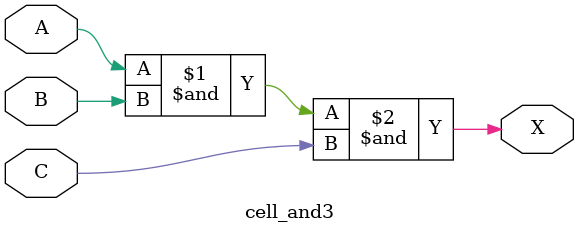
<source format=v>
`timescale 1ps/1ps
module cell_and3
(
    input wire A,
    input wire B,
    input wire C,
    output wire X
);
    assign X = A & B & C;
endmodule

</source>
